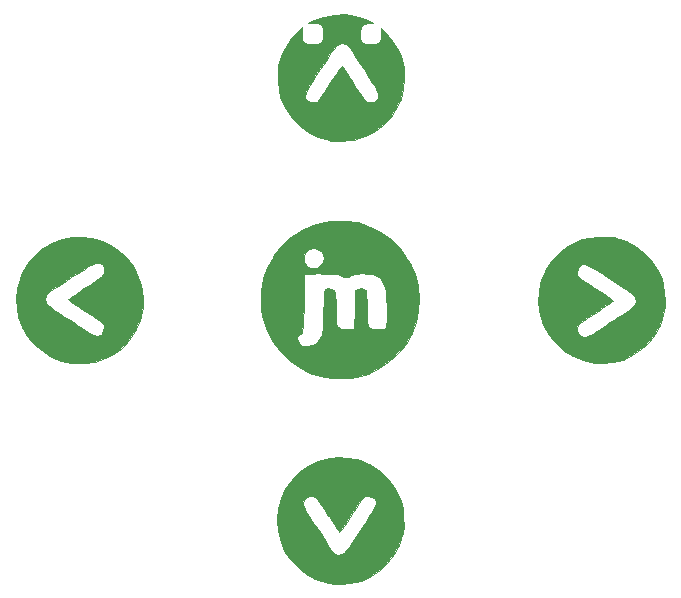
<source format=gbr>
G04 #@! TF.GenerationSoftware,KiCad,Pcbnew,(5.0.1-3-g963ef8bb5)*
G04 #@! TF.CreationDate,2019-06-28T12:59:27+01:00*
G04 #@! TF.ProjectId,invitation,696E7669746174696F6E2E6B69636164,rev?*
G04 #@! TF.SameCoordinates,Original*
G04 #@! TF.FileFunction,Paste,Top*
G04 #@! TF.FilePolarity,Positive*
%FSLAX46Y46*%
G04 Gerber Fmt 4.6, Leading zero omitted, Abs format (unit mm)*
G04 Created by KiCad (PCBNEW (5.0.1-3-g963ef8bb5)) date Friday, 28 June 2019 at 12:59:27*
%MOMM*%
%LPD*%
G01*
G04 APERTURE LIST*
%ADD10C,0.010000*%
%ADD11C,1.000000*%
%ADD12C,0.500000*%
G04 APERTURE END LIST*
D10*
G04 #@! TO.C,G\002A\002A\002A*
G36*
X141298524Y-94596623D02*
X142158751Y-94849985D01*
X142988777Y-95253521D01*
X143606156Y-95676492D01*
X144254718Y-96290941D01*
X144795698Y-97026365D01*
X145215985Y-97863208D01*
X145378988Y-98320666D01*
X145523824Y-98980546D01*
X145583546Y-99712240D01*
X145558850Y-100455010D01*
X145450431Y-101148117D01*
X145342265Y-101524023D01*
X144944227Y-102424278D01*
X144426619Y-103206619D01*
X143783835Y-103878375D01*
X143199750Y-104325088D01*
X142411837Y-104754090D01*
X141546952Y-105049501D01*
X140642274Y-105202800D01*
X139734985Y-105205470D01*
X139480333Y-105177353D01*
X138617030Y-104988883D01*
X137827459Y-104664771D01*
X137089326Y-104193590D01*
X136429631Y-103613534D01*
X135810799Y-102895863D01*
X135352219Y-102132238D01*
X135048125Y-101308739D01*
X134892751Y-100411446D01*
X134868502Y-99844666D01*
X134876944Y-99735927D01*
X137325387Y-99735927D01*
X137388497Y-100052699D01*
X137446827Y-100155489D01*
X137553218Y-100254502D01*
X137778784Y-100428787D01*
X138100456Y-100661749D01*
X138495163Y-100936790D01*
X138939836Y-101237313D01*
X139076660Y-101328060D01*
X139554503Y-101643731D01*
X140012321Y-101946398D01*
X140421168Y-102216907D01*
X140752095Y-102436104D01*
X140976156Y-102584835D01*
X141004333Y-102603597D01*
X141400732Y-102816528D01*
X141732554Y-102879422D01*
X142011570Y-102793388D01*
X142120709Y-102708574D01*
X142252652Y-102498926D01*
X142318441Y-102224180D01*
X142306519Y-101961405D01*
X142251870Y-101833864D01*
X142167733Y-101766408D01*
X141967861Y-101623860D01*
X141678293Y-101423723D01*
X141325067Y-101183499D01*
X140934223Y-100920693D01*
X140531798Y-100652807D01*
X140143832Y-100397344D01*
X139796364Y-100171809D01*
X139515431Y-99993704D01*
X139501500Y-99985057D01*
X139341465Y-99868573D01*
X139270385Y-99782547D01*
X139270158Y-99779214D01*
X139338370Y-99716237D01*
X139527487Y-99577256D01*
X139815683Y-99377383D01*
X140181133Y-99131728D01*
X140602010Y-98855400D01*
X140643213Y-98828666D01*
X141080511Y-98542680D01*
X141476326Y-98279046D01*
X141805572Y-98054852D01*
X142043168Y-97887186D01*
X142164029Y-97793134D01*
X142165721Y-97791500D01*
X142280383Y-97577670D01*
X142313033Y-97293184D01*
X142262760Y-97016035D01*
X142176544Y-96866833D01*
X141951014Y-96741639D01*
X141686177Y-96712000D01*
X141547969Y-96722415D01*
X141398624Y-96761908D01*
X141215133Y-96842846D01*
X140974490Y-96977597D01*
X140653686Y-97178529D01*
X140229713Y-97458010D01*
X139953648Y-97643333D01*
X139528012Y-97929025D01*
X139152120Y-98179258D01*
X138847790Y-98379679D01*
X138636841Y-98515933D01*
X138541091Y-98573665D01*
X138538057Y-98574666D01*
X138430683Y-98623895D01*
X138235696Y-98750588D01*
X137995107Y-98923260D01*
X137750932Y-99110423D01*
X137545182Y-99280590D01*
X137419870Y-99402273D01*
X137404422Y-99424281D01*
X137325387Y-99735927D01*
X134876944Y-99735927D01*
X134941902Y-98899286D01*
X135163536Y-98029751D01*
X135379902Y-97517177D01*
X135866606Y-96706790D01*
X136459805Y-96015990D01*
X137142413Y-95448600D01*
X137897341Y-95008444D01*
X138707504Y-94699345D01*
X139555813Y-94525126D01*
X140425182Y-94489611D01*
X141298524Y-94596623D01*
X141298524Y-94596623D01*
G37*
X141298524Y-94596623D02*
X142158751Y-94849985D01*
X142988777Y-95253521D01*
X143606156Y-95676492D01*
X144254718Y-96290941D01*
X144795698Y-97026365D01*
X145215985Y-97863208D01*
X145378988Y-98320666D01*
X145523824Y-98980546D01*
X145583546Y-99712240D01*
X145558850Y-100455010D01*
X145450431Y-101148117D01*
X145342265Y-101524023D01*
X144944227Y-102424278D01*
X144426619Y-103206619D01*
X143783835Y-103878375D01*
X143199750Y-104325088D01*
X142411837Y-104754090D01*
X141546952Y-105049501D01*
X140642274Y-105202800D01*
X139734985Y-105205470D01*
X139480333Y-105177353D01*
X138617030Y-104988883D01*
X137827459Y-104664771D01*
X137089326Y-104193590D01*
X136429631Y-103613534D01*
X135810799Y-102895863D01*
X135352219Y-102132238D01*
X135048125Y-101308739D01*
X134892751Y-100411446D01*
X134868502Y-99844666D01*
X134876944Y-99735927D01*
X137325387Y-99735927D01*
X137388497Y-100052699D01*
X137446827Y-100155489D01*
X137553218Y-100254502D01*
X137778784Y-100428787D01*
X138100456Y-100661749D01*
X138495163Y-100936790D01*
X138939836Y-101237313D01*
X139076660Y-101328060D01*
X139554503Y-101643731D01*
X140012321Y-101946398D01*
X140421168Y-102216907D01*
X140752095Y-102436104D01*
X140976156Y-102584835D01*
X141004333Y-102603597D01*
X141400732Y-102816528D01*
X141732554Y-102879422D01*
X142011570Y-102793388D01*
X142120709Y-102708574D01*
X142252652Y-102498926D01*
X142318441Y-102224180D01*
X142306519Y-101961405D01*
X142251870Y-101833864D01*
X142167733Y-101766408D01*
X141967861Y-101623860D01*
X141678293Y-101423723D01*
X141325067Y-101183499D01*
X140934223Y-100920693D01*
X140531798Y-100652807D01*
X140143832Y-100397344D01*
X139796364Y-100171809D01*
X139515431Y-99993704D01*
X139501500Y-99985057D01*
X139341465Y-99868573D01*
X139270385Y-99782547D01*
X139270158Y-99779214D01*
X139338370Y-99716237D01*
X139527487Y-99577256D01*
X139815683Y-99377383D01*
X140181133Y-99131728D01*
X140602010Y-98855400D01*
X140643213Y-98828666D01*
X141080511Y-98542680D01*
X141476326Y-98279046D01*
X141805572Y-98054852D01*
X142043168Y-97887186D01*
X142164029Y-97793134D01*
X142165721Y-97791500D01*
X142280383Y-97577670D01*
X142313033Y-97293184D01*
X142262760Y-97016035D01*
X142176544Y-96866833D01*
X141951014Y-96741639D01*
X141686177Y-96712000D01*
X141547969Y-96722415D01*
X141398624Y-96761908D01*
X141215133Y-96842846D01*
X140974490Y-96977597D01*
X140653686Y-97178529D01*
X140229713Y-97458010D01*
X139953648Y-97643333D01*
X139528012Y-97929025D01*
X139152120Y-98179258D01*
X138847790Y-98379679D01*
X138636841Y-98515933D01*
X138541091Y-98573665D01*
X138538057Y-98574666D01*
X138430683Y-98623895D01*
X138235696Y-98750588D01*
X137995107Y-98923260D01*
X137750932Y-99110423D01*
X137545182Y-99280590D01*
X137419870Y-99402273D01*
X137404422Y-99424281D01*
X137325387Y-99735927D01*
X134876944Y-99735927D01*
X134941902Y-98899286D01*
X135163536Y-98029751D01*
X135379902Y-97517177D01*
X135866606Y-96706790D01*
X136459805Y-96015990D01*
X137142413Y-95448600D01*
X137897341Y-95008444D01*
X138707504Y-94699345D01*
X139555813Y-94525126D01*
X140425182Y-94489611D01*
X141298524Y-94596623D01*
G36*
X185465430Y-94528083D02*
X185640000Y-94563759D01*
X186490574Y-94846248D01*
X187284402Y-95272807D01*
X188002096Y-95824200D01*
X188624271Y-96481187D01*
X189131540Y-97224531D01*
X189504517Y-98034993D01*
X189656842Y-98550000D01*
X189749012Y-99135878D01*
X189780937Y-99800906D01*
X189752598Y-100467350D01*
X189663974Y-101057475D01*
X189657504Y-101085522D01*
X189372416Y-101940486D01*
X188947311Y-102723025D01*
X188400216Y-103420660D01*
X187749156Y-104020916D01*
X187012157Y-104511315D01*
X186207244Y-104879380D01*
X185352443Y-105112635D01*
X184465779Y-105198602D01*
X183775451Y-105156941D01*
X182849520Y-104953480D01*
X181989725Y-104601006D01*
X181210505Y-104111756D01*
X180526302Y-103497966D01*
X179951557Y-102771874D01*
X179500712Y-101945717D01*
X179275678Y-101344000D01*
X179130842Y-100684120D01*
X179071120Y-99952425D01*
X179095816Y-99209655D01*
X179204234Y-98516549D01*
X179312401Y-98140643D01*
X179625471Y-97440486D01*
X182336225Y-97440486D01*
X182348147Y-97703261D01*
X182402796Y-97830802D01*
X182486933Y-97898257D01*
X182686805Y-98040805D01*
X182976373Y-98240943D01*
X183329599Y-98481167D01*
X183720443Y-98743973D01*
X184122868Y-99011859D01*
X184510833Y-99267321D01*
X184858302Y-99492857D01*
X185139235Y-99670962D01*
X185153166Y-99679609D01*
X185313201Y-99796093D01*
X185384281Y-99882118D01*
X185384507Y-99885451D01*
X185316296Y-99948429D01*
X185127179Y-100087409D01*
X184838982Y-100287282D01*
X184473533Y-100532938D01*
X184052656Y-100809266D01*
X184011453Y-100836000D01*
X183574154Y-101121986D01*
X183178340Y-101385620D01*
X182849093Y-101609813D01*
X182611498Y-101777480D01*
X182490637Y-101871532D01*
X182488945Y-101873166D01*
X182374283Y-102086996D01*
X182341632Y-102371481D01*
X182391906Y-102648631D01*
X182478122Y-102797833D01*
X182703651Y-102923026D01*
X182968489Y-102952666D01*
X183106697Y-102942250D01*
X183256042Y-102902758D01*
X183439532Y-102821820D01*
X183680176Y-102687069D01*
X184000979Y-102486137D01*
X184424952Y-102206655D01*
X184701018Y-102021333D01*
X185126654Y-101735641D01*
X185502546Y-101485408D01*
X185806875Y-101284987D01*
X186017824Y-101148733D01*
X186113575Y-101091000D01*
X186116609Y-101090000D01*
X186223982Y-101040771D01*
X186418970Y-100914077D01*
X186659558Y-100741405D01*
X186903734Y-100554243D01*
X187109484Y-100384076D01*
X187234795Y-100262393D01*
X187250244Y-100240384D01*
X187329251Y-99929879D01*
X187267487Y-99614365D01*
X187209063Y-99510924D01*
X187099058Y-99406386D01*
X186873195Y-99229309D01*
X186557830Y-98999070D01*
X186179317Y-98735052D01*
X185875563Y-98530325D01*
X185154937Y-98052250D01*
X184560919Y-97661255D01*
X184079163Y-97350581D01*
X183695322Y-97113469D01*
X183395051Y-96943162D01*
X183164004Y-96832901D01*
X182987833Y-96775927D01*
X182852193Y-96765482D01*
X182742738Y-96794807D01*
X182645121Y-96857143D01*
X182544996Y-96945733D01*
X182533956Y-96956091D01*
X182402013Y-97165740D01*
X182336225Y-97440486D01*
X179625471Y-97440486D01*
X179711470Y-97248158D01*
X180236389Y-96457699D01*
X180875851Y-95780493D01*
X181618552Y-95227765D01*
X182453183Y-94810740D01*
X182785505Y-94692291D01*
X183408148Y-94545880D01*
X184108269Y-94467640D01*
X184816989Y-94460674D01*
X185465430Y-94528083D01*
X185465430Y-94528083D01*
G37*
X185465430Y-94528083D02*
X185640000Y-94563759D01*
X186490574Y-94846248D01*
X187284402Y-95272807D01*
X188002096Y-95824200D01*
X188624271Y-96481187D01*
X189131540Y-97224531D01*
X189504517Y-98034993D01*
X189656842Y-98550000D01*
X189749012Y-99135878D01*
X189780937Y-99800906D01*
X189752598Y-100467350D01*
X189663974Y-101057475D01*
X189657504Y-101085522D01*
X189372416Y-101940486D01*
X188947311Y-102723025D01*
X188400216Y-103420660D01*
X187749156Y-104020916D01*
X187012157Y-104511315D01*
X186207244Y-104879380D01*
X185352443Y-105112635D01*
X184465779Y-105198602D01*
X183775451Y-105156941D01*
X182849520Y-104953480D01*
X181989725Y-104601006D01*
X181210505Y-104111756D01*
X180526302Y-103497966D01*
X179951557Y-102771874D01*
X179500712Y-101945717D01*
X179275678Y-101344000D01*
X179130842Y-100684120D01*
X179071120Y-99952425D01*
X179095816Y-99209655D01*
X179204234Y-98516549D01*
X179312401Y-98140643D01*
X179625471Y-97440486D01*
X182336225Y-97440486D01*
X182348147Y-97703261D01*
X182402796Y-97830802D01*
X182486933Y-97898257D01*
X182686805Y-98040805D01*
X182976373Y-98240943D01*
X183329599Y-98481167D01*
X183720443Y-98743973D01*
X184122868Y-99011859D01*
X184510833Y-99267321D01*
X184858302Y-99492857D01*
X185139235Y-99670962D01*
X185153166Y-99679609D01*
X185313201Y-99796093D01*
X185384281Y-99882118D01*
X185384507Y-99885451D01*
X185316296Y-99948429D01*
X185127179Y-100087409D01*
X184838982Y-100287282D01*
X184473533Y-100532938D01*
X184052656Y-100809266D01*
X184011453Y-100836000D01*
X183574154Y-101121986D01*
X183178340Y-101385620D01*
X182849093Y-101609813D01*
X182611498Y-101777480D01*
X182490637Y-101871532D01*
X182488945Y-101873166D01*
X182374283Y-102086996D01*
X182341632Y-102371481D01*
X182391906Y-102648631D01*
X182478122Y-102797833D01*
X182703651Y-102923026D01*
X182968489Y-102952666D01*
X183106697Y-102942250D01*
X183256042Y-102902758D01*
X183439532Y-102821820D01*
X183680176Y-102687069D01*
X184000979Y-102486137D01*
X184424952Y-102206655D01*
X184701018Y-102021333D01*
X185126654Y-101735641D01*
X185502546Y-101485408D01*
X185806875Y-101284987D01*
X186017824Y-101148733D01*
X186113575Y-101091000D01*
X186116609Y-101090000D01*
X186223982Y-101040771D01*
X186418970Y-100914077D01*
X186659558Y-100741405D01*
X186903734Y-100554243D01*
X187109484Y-100384076D01*
X187234795Y-100262393D01*
X187250244Y-100240384D01*
X187329251Y-99929879D01*
X187267487Y-99614365D01*
X187209063Y-99510924D01*
X187099058Y-99406386D01*
X186873195Y-99229309D01*
X186557830Y-98999070D01*
X186179317Y-98735052D01*
X185875563Y-98530325D01*
X185154937Y-98052250D01*
X184560919Y-97661255D01*
X184079163Y-97350581D01*
X183695322Y-97113469D01*
X183395051Y-96943162D01*
X183164004Y-96832901D01*
X182987833Y-96775927D01*
X182852193Y-96765482D01*
X182742738Y-96794807D01*
X182645121Y-96857143D01*
X182544996Y-96945733D01*
X182533956Y-96956091D01*
X182402013Y-97165740D01*
X182336225Y-97440486D01*
X179625471Y-97440486D01*
X179711470Y-97248158D01*
X180236389Y-96457699D01*
X180875851Y-95780493D01*
X181618552Y-95227765D01*
X182453183Y-94810740D01*
X182785505Y-94692291D01*
X183408148Y-94545880D01*
X184108269Y-94467640D01*
X184816989Y-94460674D01*
X185465430Y-94528083D01*
G36*
X162905010Y-113175816D02*
X163598117Y-113284234D01*
X163974023Y-113392401D01*
X164866508Y-113791470D01*
X165656966Y-114316389D01*
X166334172Y-114955851D01*
X166886901Y-115698552D01*
X167303925Y-116533183D01*
X167422374Y-116865505D01*
X167568786Y-117488148D01*
X167647025Y-118188269D01*
X167653991Y-118896989D01*
X167586583Y-119545430D01*
X167550906Y-119720000D01*
X167268418Y-120570574D01*
X166841858Y-121364402D01*
X166290466Y-122082096D01*
X165633478Y-122704271D01*
X164890135Y-123211540D01*
X164079673Y-123584517D01*
X163564666Y-123736842D01*
X163049079Y-123818740D01*
X162445109Y-123854036D01*
X161823536Y-123842816D01*
X161255143Y-123785166D01*
X160990895Y-123733712D01*
X160169057Y-123451008D01*
X159390004Y-123020770D01*
X158679430Y-122463932D01*
X158063032Y-121801429D01*
X157566506Y-121054195D01*
X157467256Y-120863000D01*
X157162961Y-120099162D01*
X156991393Y-119298651D01*
X156942412Y-118450000D01*
X157028648Y-117513130D01*
X157154958Y-117048489D01*
X159162000Y-117048489D01*
X159172415Y-117186697D01*
X159211908Y-117336042D01*
X159292846Y-117519532D01*
X159427597Y-117760176D01*
X159628529Y-118080979D01*
X159908010Y-118504952D01*
X160093333Y-118781018D01*
X160379025Y-119206654D01*
X160629258Y-119582546D01*
X160829679Y-119886875D01*
X160965933Y-120097824D01*
X161023665Y-120193575D01*
X161024666Y-120196609D01*
X161073048Y-120299647D01*
X161197500Y-120491751D01*
X161366985Y-120730831D01*
X161550463Y-120974799D01*
X161716897Y-121181566D01*
X161835247Y-121309044D01*
X161857554Y-121326019D01*
X162140934Y-121405489D01*
X162448611Y-121365899D01*
X162603742Y-121289063D01*
X162708279Y-121179058D01*
X162885357Y-120953195D01*
X163115595Y-120637830D01*
X163379614Y-120259317D01*
X163584341Y-119955563D01*
X164062416Y-119234937D01*
X164453411Y-118640919D01*
X164764085Y-118159163D01*
X165001196Y-117775322D01*
X165171503Y-117475051D01*
X165281764Y-117244004D01*
X165338738Y-117067833D01*
X165349184Y-116932193D01*
X165319859Y-116822738D01*
X165257523Y-116725121D01*
X165168933Y-116624996D01*
X165158574Y-116613956D01*
X164948926Y-116482013D01*
X164674180Y-116416225D01*
X164411405Y-116428147D01*
X164283864Y-116482796D01*
X164216408Y-116566933D01*
X164073860Y-116766805D01*
X163873723Y-117056373D01*
X163633499Y-117409599D01*
X163370693Y-117800443D01*
X163102807Y-118202868D01*
X162847344Y-118590833D01*
X162621809Y-118938302D01*
X162443704Y-119219235D01*
X162435057Y-119233166D01*
X162318573Y-119393201D01*
X162232547Y-119464281D01*
X162229214Y-119464507D01*
X162166237Y-119396296D01*
X162027256Y-119207179D01*
X161827383Y-118918982D01*
X161581728Y-118553533D01*
X161305400Y-118132656D01*
X161278666Y-118091453D01*
X160992680Y-117654154D01*
X160729046Y-117258340D01*
X160504852Y-116929093D01*
X160337186Y-116691498D01*
X160243134Y-116570637D01*
X160241500Y-116568945D01*
X160027670Y-116454283D01*
X159743184Y-116421632D01*
X159466035Y-116471906D01*
X159316833Y-116558122D01*
X159191639Y-116783651D01*
X159162000Y-117048489D01*
X157154958Y-117048489D01*
X157269260Y-116628025D01*
X157653484Y-115809012D01*
X158170551Y-115070417D01*
X158809696Y-114426568D01*
X159560153Y-113891791D01*
X160411155Y-113480412D01*
X160770666Y-113355678D01*
X161430546Y-113210842D01*
X162162240Y-113151120D01*
X162905010Y-113175816D01*
X162905010Y-113175816D01*
G37*
X162905010Y-113175816D02*
X163598117Y-113284234D01*
X163974023Y-113392401D01*
X164866508Y-113791470D01*
X165656966Y-114316389D01*
X166334172Y-114955851D01*
X166886901Y-115698552D01*
X167303925Y-116533183D01*
X167422374Y-116865505D01*
X167568786Y-117488148D01*
X167647025Y-118188269D01*
X167653991Y-118896989D01*
X167586583Y-119545430D01*
X167550906Y-119720000D01*
X167268418Y-120570574D01*
X166841858Y-121364402D01*
X166290466Y-122082096D01*
X165633478Y-122704271D01*
X164890135Y-123211540D01*
X164079673Y-123584517D01*
X163564666Y-123736842D01*
X163049079Y-123818740D01*
X162445109Y-123854036D01*
X161823536Y-123842816D01*
X161255143Y-123785166D01*
X160990895Y-123733712D01*
X160169057Y-123451008D01*
X159390004Y-123020770D01*
X158679430Y-122463932D01*
X158063032Y-121801429D01*
X157566506Y-121054195D01*
X157467256Y-120863000D01*
X157162961Y-120099162D01*
X156991393Y-119298651D01*
X156942412Y-118450000D01*
X157028648Y-117513130D01*
X157154958Y-117048489D01*
X159162000Y-117048489D01*
X159172415Y-117186697D01*
X159211908Y-117336042D01*
X159292846Y-117519532D01*
X159427597Y-117760176D01*
X159628529Y-118080979D01*
X159908010Y-118504952D01*
X160093333Y-118781018D01*
X160379025Y-119206654D01*
X160629258Y-119582546D01*
X160829679Y-119886875D01*
X160965933Y-120097824D01*
X161023665Y-120193575D01*
X161024666Y-120196609D01*
X161073048Y-120299647D01*
X161197500Y-120491751D01*
X161366985Y-120730831D01*
X161550463Y-120974799D01*
X161716897Y-121181566D01*
X161835247Y-121309044D01*
X161857554Y-121326019D01*
X162140934Y-121405489D01*
X162448611Y-121365899D01*
X162603742Y-121289063D01*
X162708279Y-121179058D01*
X162885357Y-120953195D01*
X163115595Y-120637830D01*
X163379614Y-120259317D01*
X163584341Y-119955563D01*
X164062416Y-119234937D01*
X164453411Y-118640919D01*
X164764085Y-118159163D01*
X165001196Y-117775322D01*
X165171503Y-117475051D01*
X165281764Y-117244004D01*
X165338738Y-117067833D01*
X165349184Y-116932193D01*
X165319859Y-116822738D01*
X165257523Y-116725121D01*
X165168933Y-116624996D01*
X165158574Y-116613956D01*
X164948926Y-116482013D01*
X164674180Y-116416225D01*
X164411405Y-116428147D01*
X164283864Y-116482796D01*
X164216408Y-116566933D01*
X164073860Y-116766805D01*
X163873723Y-117056373D01*
X163633499Y-117409599D01*
X163370693Y-117800443D01*
X163102807Y-118202868D01*
X162847344Y-118590833D01*
X162621809Y-118938302D01*
X162443704Y-119219235D01*
X162435057Y-119233166D01*
X162318573Y-119393201D01*
X162232547Y-119464281D01*
X162229214Y-119464507D01*
X162166237Y-119396296D01*
X162027256Y-119207179D01*
X161827383Y-118918982D01*
X161581728Y-118553533D01*
X161305400Y-118132656D01*
X161278666Y-118091453D01*
X160992680Y-117654154D01*
X160729046Y-117258340D01*
X160504852Y-116929093D01*
X160337186Y-116691498D01*
X160243134Y-116570637D01*
X160241500Y-116568945D01*
X160027670Y-116454283D01*
X159743184Y-116421632D01*
X159466035Y-116471906D01*
X159316833Y-116558122D01*
X159191639Y-116783651D01*
X159162000Y-117048489D01*
X157154958Y-117048489D01*
X157269260Y-116628025D01*
X157653484Y-115809012D01*
X158170551Y-115070417D01*
X158809696Y-114426568D01*
X159560153Y-113891791D01*
X160411155Y-113480412D01*
X160770666Y-113355678D01*
X161430546Y-113210842D01*
X162162240Y-113151120D01*
X162905010Y-113175816D01*
G36*
X163067989Y-93151201D02*
X163501919Y-93191849D01*
X163764000Y-93242826D01*
X164847228Y-93622621D01*
X165808623Y-94119468D01*
X166650234Y-94734977D01*
X167374111Y-95470760D01*
X167982303Y-96328427D01*
X168209156Y-96735848D01*
X168600018Y-97671662D01*
X168843413Y-98662924D01*
X168938779Y-99682909D01*
X168885560Y-100704891D01*
X168683194Y-101702146D01*
X168332826Y-102644313D01*
X167826547Y-103530719D01*
X167184089Y-104333465D01*
X166425043Y-105035306D01*
X165568997Y-105618994D01*
X164635539Y-106067283D01*
X164314333Y-106182405D01*
X163755842Y-106319377D01*
X163090574Y-106409073D01*
X162374876Y-106449650D01*
X161665095Y-106439264D01*
X161017579Y-106376071D01*
X160643600Y-106302505D01*
X159677246Y-105973386D01*
X158768411Y-105496974D01*
X157937995Y-104890122D01*
X157206899Y-104169680D01*
X156596025Y-103352499D01*
X156427691Y-103052704D01*
X158615684Y-103052704D01*
X158724192Y-103326517D01*
X158726331Y-103330663D01*
X158888738Y-103568206D01*
X159096741Y-103696200D01*
X159395756Y-103735429D01*
X159594817Y-103728169D01*
X159946935Y-103671980D01*
X160197812Y-103547063D01*
X160262485Y-103492980D01*
X160435956Y-103287802D01*
X160608703Y-103014187D01*
X160663082Y-102907333D01*
X160723722Y-102763033D01*
X160769832Y-102606721D01*
X160803954Y-102412002D01*
X160828629Y-102152482D01*
X160846398Y-101801765D01*
X160859804Y-101333456D01*
X160870929Y-100748583D01*
X160886258Y-100068888D01*
X160907006Y-99551606D01*
X160933648Y-99189888D01*
X160966662Y-98976888D01*
X160998847Y-98908379D01*
X161219224Y-98847570D01*
X161489817Y-98868040D01*
X161717787Y-98960468D01*
X161746499Y-98983455D01*
X161804575Y-99051939D01*
X161846168Y-99153363D01*
X161873959Y-99314156D01*
X161890625Y-99560745D01*
X161898845Y-99919560D01*
X161901297Y-100417029D01*
X161901333Y-100511304D01*
X161902144Y-101025743D01*
X161907042Y-101398767D01*
X161919720Y-101658297D01*
X161943875Y-101832250D01*
X161983201Y-101948545D01*
X162041394Y-102035101D01*
X162113019Y-102110716D01*
X162245418Y-102224726D01*
X162388291Y-102285107D01*
X162595445Y-102304683D01*
X162896186Y-102297367D01*
X163467666Y-102272333D01*
X163510000Y-100623254D01*
X163552333Y-98974175D01*
X163785166Y-98892410D01*
X164119745Y-98860268D01*
X164250833Y-98892318D01*
X164483666Y-98973991D01*
X164529200Y-100411495D01*
X164548321Y-100897300D01*
X164572398Y-101331265D01*
X164599137Y-101681918D01*
X164626243Y-101917788D01*
X164644995Y-101999518D01*
X164783800Y-102173431D01*
X165019833Y-102274407D01*
X165382209Y-102313341D01*
X165487175Y-102314666D01*
X165744282Y-102315388D01*
X165933030Y-102302498D01*
X166063945Y-102253411D01*
X166147551Y-102145542D01*
X166194371Y-101956306D01*
X166214930Y-101663119D01*
X166219751Y-101243395D01*
X166219333Y-100743442D01*
X166213876Y-100225063D01*
X166198785Y-99732202D01*
X166175983Y-99303971D01*
X166147390Y-98979480D01*
X166125735Y-98838569D01*
X165944782Y-98379621D01*
X165630791Y-98002004D01*
X165211973Y-97735360D01*
X165005887Y-97661981D01*
X164587134Y-97593707D01*
X164107063Y-97590189D01*
X163633572Y-97646416D01*
X163234558Y-97757373D01*
X163141386Y-97799628D01*
X162936399Y-97897912D01*
X162793662Y-97923069D01*
X162634860Y-97874133D01*
X162464195Y-97791270D01*
X162301693Y-97720757D01*
X162119763Y-97670396D01*
X161885189Y-97636156D01*
X161564753Y-97614005D01*
X161125238Y-97599912D01*
X160843000Y-97594502D01*
X160381670Y-97589872D01*
X159968385Y-97591398D01*
X159638540Y-97598528D01*
X159427533Y-97610709D01*
X159382500Y-97617282D01*
X159192000Y-97661226D01*
X159192000Y-99949817D01*
X159189987Y-100702671D01*
X159182159Y-101304210D01*
X159165831Y-101772423D01*
X159138318Y-102125300D01*
X159096935Y-102380829D01*
X159038997Y-102557000D01*
X158961819Y-102671803D01*
X158862718Y-102743226D01*
X158769595Y-102780038D01*
X158630308Y-102877036D01*
X158615684Y-103052704D01*
X156427691Y-103052704D01*
X156274755Y-102780333D01*
X156004926Y-102195631D01*
X155815275Y-101677555D01*
X155693130Y-101170480D01*
X155625817Y-100618783D01*
X155600661Y-99966839D01*
X155599565Y-99817000D01*
X155613839Y-99134921D01*
X155669521Y-98564241D01*
X155778167Y-98049675D01*
X155951334Y-97535941D01*
X156190910Y-96988181D01*
X156580324Y-96303333D01*
X159192000Y-96303333D01*
X159263325Y-96658333D01*
X159452937Y-96929713D01*
X159724287Y-97102325D01*
X160040830Y-97161025D01*
X160366017Y-97090667D01*
X160637846Y-96902512D01*
X160838377Y-96601097D01*
X160896111Y-96275173D01*
X160826194Y-95961289D01*
X160643770Y-95695990D01*
X160363987Y-95515824D01*
X160038666Y-95456666D01*
X159669972Y-95530839D01*
X159390564Y-95736493D01*
X159225737Y-96048334D01*
X159192000Y-96303333D01*
X156580324Y-96303333D01*
X156725910Y-96047298D01*
X157385516Y-95217269D01*
X158159248Y-94506841D01*
X159036628Y-93924761D01*
X160007175Y-93479775D01*
X160631333Y-93281834D01*
X160995930Y-93213163D01*
X161469395Y-93165173D01*
X162004227Y-93138455D01*
X162552925Y-93133600D01*
X163067989Y-93151201D01*
X163067989Y-93151201D01*
G37*
X163067989Y-93151201D02*
X163501919Y-93191849D01*
X163764000Y-93242826D01*
X164847228Y-93622621D01*
X165808623Y-94119468D01*
X166650234Y-94734977D01*
X167374111Y-95470760D01*
X167982303Y-96328427D01*
X168209156Y-96735848D01*
X168600018Y-97671662D01*
X168843413Y-98662924D01*
X168938779Y-99682909D01*
X168885560Y-100704891D01*
X168683194Y-101702146D01*
X168332826Y-102644313D01*
X167826547Y-103530719D01*
X167184089Y-104333465D01*
X166425043Y-105035306D01*
X165568997Y-105618994D01*
X164635539Y-106067283D01*
X164314333Y-106182405D01*
X163755842Y-106319377D01*
X163090574Y-106409073D01*
X162374876Y-106449650D01*
X161665095Y-106439264D01*
X161017579Y-106376071D01*
X160643600Y-106302505D01*
X159677246Y-105973386D01*
X158768411Y-105496974D01*
X157937995Y-104890122D01*
X157206899Y-104169680D01*
X156596025Y-103352499D01*
X156427691Y-103052704D01*
X158615684Y-103052704D01*
X158724192Y-103326517D01*
X158726331Y-103330663D01*
X158888738Y-103568206D01*
X159096741Y-103696200D01*
X159395756Y-103735429D01*
X159594817Y-103728169D01*
X159946935Y-103671980D01*
X160197812Y-103547063D01*
X160262485Y-103492980D01*
X160435956Y-103287802D01*
X160608703Y-103014187D01*
X160663082Y-102907333D01*
X160723722Y-102763033D01*
X160769832Y-102606721D01*
X160803954Y-102412002D01*
X160828629Y-102152482D01*
X160846398Y-101801765D01*
X160859804Y-101333456D01*
X160870929Y-100748583D01*
X160886258Y-100068888D01*
X160907006Y-99551606D01*
X160933648Y-99189888D01*
X160966662Y-98976888D01*
X160998847Y-98908379D01*
X161219224Y-98847570D01*
X161489817Y-98868040D01*
X161717787Y-98960468D01*
X161746499Y-98983455D01*
X161804575Y-99051939D01*
X161846168Y-99153363D01*
X161873959Y-99314156D01*
X161890625Y-99560745D01*
X161898845Y-99919560D01*
X161901297Y-100417029D01*
X161901333Y-100511304D01*
X161902144Y-101025743D01*
X161907042Y-101398767D01*
X161919720Y-101658297D01*
X161943875Y-101832250D01*
X161983201Y-101948545D01*
X162041394Y-102035101D01*
X162113019Y-102110716D01*
X162245418Y-102224726D01*
X162388291Y-102285107D01*
X162595445Y-102304683D01*
X162896186Y-102297367D01*
X163467666Y-102272333D01*
X163510000Y-100623254D01*
X163552333Y-98974175D01*
X163785166Y-98892410D01*
X164119745Y-98860268D01*
X164250833Y-98892318D01*
X164483666Y-98973991D01*
X164529200Y-100411495D01*
X164548321Y-100897300D01*
X164572398Y-101331265D01*
X164599137Y-101681918D01*
X164626243Y-101917788D01*
X164644995Y-101999518D01*
X164783800Y-102173431D01*
X165019833Y-102274407D01*
X165382209Y-102313341D01*
X165487175Y-102314666D01*
X165744282Y-102315388D01*
X165933030Y-102302498D01*
X166063945Y-102253411D01*
X166147551Y-102145542D01*
X166194371Y-101956306D01*
X166214930Y-101663119D01*
X166219751Y-101243395D01*
X166219333Y-100743442D01*
X166213876Y-100225063D01*
X166198785Y-99732202D01*
X166175983Y-99303971D01*
X166147390Y-98979480D01*
X166125735Y-98838569D01*
X165944782Y-98379621D01*
X165630791Y-98002004D01*
X165211973Y-97735360D01*
X165005887Y-97661981D01*
X164587134Y-97593707D01*
X164107063Y-97590189D01*
X163633572Y-97646416D01*
X163234558Y-97757373D01*
X163141386Y-97799628D01*
X162936399Y-97897912D01*
X162793662Y-97923069D01*
X162634860Y-97874133D01*
X162464195Y-97791270D01*
X162301693Y-97720757D01*
X162119763Y-97670396D01*
X161885189Y-97636156D01*
X161564753Y-97614005D01*
X161125238Y-97599912D01*
X160843000Y-97594502D01*
X160381670Y-97589872D01*
X159968385Y-97591398D01*
X159638540Y-97598528D01*
X159427533Y-97610709D01*
X159382500Y-97617282D01*
X159192000Y-97661226D01*
X159192000Y-99949817D01*
X159189987Y-100702671D01*
X159182159Y-101304210D01*
X159165831Y-101772423D01*
X159138318Y-102125300D01*
X159096935Y-102380829D01*
X159038997Y-102557000D01*
X158961819Y-102671803D01*
X158862718Y-102743226D01*
X158769595Y-102780038D01*
X158630308Y-102877036D01*
X158615684Y-103052704D01*
X156427691Y-103052704D01*
X156274755Y-102780333D01*
X156004926Y-102195631D01*
X155815275Y-101677555D01*
X155693130Y-101170480D01*
X155625817Y-100618783D01*
X155600661Y-99966839D01*
X155599565Y-99817000D01*
X155613839Y-99134921D01*
X155669521Y-98564241D01*
X155778167Y-98049675D01*
X155951334Y-97535941D01*
X156190910Y-96988181D01*
X156580324Y-96303333D01*
X159192000Y-96303333D01*
X159263325Y-96658333D01*
X159452937Y-96929713D01*
X159724287Y-97102325D01*
X160040830Y-97161025D01*
X160366017Y-97090667D01*
X160637846Y-96902512D01*
X160838377Y-96601097D01*
X160896111Y-96275173D01*
X160826194Y-95961289D01*
X160643770Y-95695990D01*
X160363987Y-95515824D01*
X160038666Y-95456666D01*
X159669972Y-95530839D01*
X159390564Y-95736493D01*
X159225737Y-96048334D01*
X159192000Y-96303333D01*
X156580324Y-96303333D01*
X156725910Y-96047298D01*
X157385516Y-95217269D01*
X158159248Y-94506841D01*
X159036628Y-93924761D01*
X160007175Y-93479775D01*
X160631333Y-93281834D01*
X160995930Y-93213163D01*
X161469395Y-93165173D01*
X162004227Y-93138455D01*
X162552925Y-93133600D01*
X163067989Y-93151201D01*
G36*
X163560664Y-75769620D02*
X164386548Y-76024240D01*
X164631078Y-76133307D01*
X165111666Y-76365666D01*
X164688946Y-76392311D01*
X164359009Y-76435177D01*
X164146310Y-76533994D01*
X164026705Y-76719084D01*
X163976052Y-77020773D01*
X163968666Y-77297000D01*
X163984198Y-77690373D01*
X164049990Y-77947842D01*
X164194842Y-78097516D01*
X164447551Y-78167503D01*
X164836914Y-78185912D01*
X164879452Y-78185999D01*
X165270866Y-78171387D01*
X165523701Y-78108725D01*
X165667551Y-77969773D01*
X165732008Y-77726293D01*
X165746666Y-77358436D01*
X165746666Y-76796967D01*
X166091729Y-77131650D01*
X166443362Y-77524777D01*
X166795675Y-78008133D01*
X167111461Y-78523773D01*
X167353513Y-79013751D01*
X167430575Y-79216742D01*
X167654976Y-80141661D01*
X167720430Y-81060525D01*
X167635102Y-81957199D01*
X167407151Y-82815551D01*
X167044739Y-83619447D01*
X166556028Y-84352754D01*
X165949180Y-84999338D01*
X165232355Y-85543066D01*
X164413716Y-85967803D01*
X163926333Y-86143821D01*
X163494168Y-86245948D01*
X162977377Y-86320323D01*
X162433376Y-86363005D01*
X161919580Y-86370052D01*
X161493406Y-86337525D01*
X161385478Y-86318235D01*
X160455632Y-86037513D01*
X159606165Y-85619451D01*
X158850966Y-85076321D01*
X158203927Y-84420395D01*
X157678940Y-83663944D01*
X157289894Y-82819242D01*
X157232291Y-82649161D01*
X157216610Y-82582473D01*
X159305482Y-82582473D01*
X159334807Y-82691928D01*
X159397143Y-82789545D01*
X159485733Y-82889670D01*
X159496091Y-82900709D01*
X159705740Y-83032652D01*
X159980486Y-83098441D01*
X160243261Y-83086519D01*
X160370802Y-83031870D01*
X160438257Y-82947733D01*
X160580805Y-82747861D01*
X160780943Y-82458293D01*
X161021167Y-82105067D01*
X161283973Y-81714223D01*
X161551859Y-81311798D01*
X161807321Y-80923832D01*
X162032857Y-80576364D01*
X162210962Y-80295431D01*
X162219609Y-80281500D01*
X162336093Y-80121465D01*
X162422118Y-80050385D01*
X162425451Y-80050158D01*
X162488429Y-80118370D01*
X162627409Y-80307487D01*
X162827282Y-80595683D01*
X163072938Y-80961133D01*
X163349266Y-81382010D01*
X163376000Y-81423213D01*
X163661986Y-81860511D01*
X163925620Y-82256326D01*
X164149813Y-82585572D01*
X164317480Y-82823168D01*
X164411532Y-82944029D01*
X164413166Y-82945721D01*
X164626996Y-83060383D01*
X164911481Y-83093033D01*
X165188631Y-83042760D01*
X165337833Y-82956544D01*
X165463026Y-82731014D01*
X165492666Y-82466177D01*
X165482250Y-82327969D01*
X165442758Y-82178624D01*
X165361820Y-81995133D01*
X165227069Y-81754490D01*
X165026137Y-81433686D01*
X164746655Y-81009713D01*
X164561333Y-80733648D01*
X164275641Y-80308012D01*
X164025408Y-79932120D01*
X163824987Y-79627790D01*
X163688733Y-79416841D01*
X163631000Y-79321091D01*
X163630000Y-79318057D01*
X163580771Y-79210683D01*
X163454077Y-79015696D01*
X163281405Y-78775107D01*
X163094243Y-78530932D01*
X162924076Y-78325182D01*
X162802393Y-78199870D01*
X162780384Y-78184422D01*
X162469879Y-78105414D01*
X162154365Y-78167179D01*
X162050924Y-78225603D01*
X161946386Y-78335608D01*
X161769309Y-78561470D01*
X161539070Y-78876836D01*
X161275052Y-79255349D01*
X161070325Y-79559103D01*
X160592250Y-80279729D01*
X160201255Y-80873747D01*
X159890581Y-81355503D01*
X159653469Y-81739343D01*
X159483162Y-82039614D01*
X159372901Y-82270662D01*
X159315927Y-82446833D01*
X159305482Y-82582473D01*
X157216610Y-82582473D01*
X157085880Y-82026518D01*
X157007640Y-81326397D01*
X157000674Y-80617677D01*
X157068083Y-79969236D01*
X157103759Y-79794666D01*
X157358293Y-79024989D01*
X157748571Y-78265702D01*
X158246138Y-77568578D01*
X158458830Y-77329255D01*
X159050889Y-76704333D01*
X159054444Y-77305044D01*
X159072561Y-77695352D01*
X159140699Y-77950677D01*
X159287836Y-78098938D01*
X159542949Y-78168054D01*
X159935015Y-78185944D01*
X159968785Y-78186000D01*
X160357072Y-78172336D01*
X160608818Y-78111611D01*
X160753133Y-77974220D01*
X160819126Y-77730560D01*
X160835907Y-77351027D01*
X160836000Y-77304074D01*
X160818661Y-76908421D01*
X160749560Y-76649368D01*
X160603065Y-76496208D01*
X160353547Y-76418238D01*
X160072995Y-76389991D01*
X159608333Y-76361734D01*
X160104978Y-76127595D01*
X160919563Y-75831542D01*
X161791092Y-75673226D01*
X162683485Y-75652600D01*
X163560664Y-75769620D01*
X163560664Y-75769620D01*
G37*
X163560664Y-75769620D02*
X164386548Y-76024240D01*
X164631078Y-76133307D01*
X165111666Y-76365666D01*
X164688946Y-76392311D01*
X164359009Y-76435177D01*
X164146310Y-76533994D01*
X164026705Y-76719084D01*
X163976052Y-77020773D01*
X163968666Y-77297000D01*
X163984198Y-77690373D01*
X164049990Y-77947842D01*
X164194842Y-78097516D01*
X164447551Y-78167503D01*
X164836914Y-78185912D01*
X164879452Y-78185999D01*
X165270866Y-78171387D01*
X165523701Y-78108725D01*
X165667551Y-77969773D01*
X165732008Y-77726293D01*
X165746666Y-77358436D01*
X165746666Y-76796967D01*
X166091729Y-77131650D01*
X166443362Y-77524777D01*
X166795675Y-78008133D01*
X167111461Y-78523773D01*
X167353513Y-79013751D01*
X167430575Y-79216742D01*
X167654976Y-80141661D01*
X167720430Y-81060525D01*
X167635102Y-81957199D01*
X167407151Y-82815551D01*
X167044739Y-83619447D01*
X166556028Y-84352754D01*
X165949180Y-84999338D01*
X165232355Y-85543066D01*
X164413716Y-85967803D01*
X163926333Y-86143821D01*
X163494168Y-86245948D01*
X162977377Y-86320323D01*
X162433376Y-86363005D01*
X161919580Y-86370052D01*
X161493406Y-86337525D01*
X161385478Y-86318235D01*
X160455632Y-86037513D01*
X159606165Y-85619451D01*
X158850966Y-85076321D01*
X158203927Y-84420395D01*
X157678940Y-83663944D01*
X157289894Y-82819242D01*
X157232291Y-82649161D01*
X157216610Y-82582473D01*
X159305482Y-82582473D01*
X159334807Y-82691928D01*
X159397143Y-82789545D01*
X159485733Y-82889670D01*
X159496091Y-82900709D01*
X159705740Y-83032652D01*
X159980486Y-83098441D01*
X160243261Y-83086519D01*
X160370802Y-83031870D01*
X160438257Y-82947733D01*
X160580805Y-82747861D01*
X160780943Y-82458293D01*
X161021167Y-82105067D01*
X161283973Y-81714223D01*
X161551859Y-81311798D01*
X161807321Y-80923832D01*
X162032857Y-80576364D01*
X162210962Y-80295431D01*
X162219609Y-80281500D01*
X162336093Y-80121465D01*
X162422118Y-80050385D01*
X162425451Y-80050158D01*
X162488429Y-80118370D01*
X162627409Y-80307487D01*
X162827282Y-80595683D01*
X163072938Y-80961133D01*
X163349266Y-81382010D01*
X163376000Y-81423213D01*
X163661986Y-81860511D01*
X163925620Y-82256326D01*
X164149813Y-82585572D01*
X164317480Y-82823168D01*
X164411532Y-82944029D01*
X164413166Y-82945721D01*
X164626996Y-83060383D01*
X164911481Y-83093033D01*
X165188631Y-83042760D01*
X165337833Y-82956544D01*
X165463026Y-82731014D01*
X165492666Y-82466177D01*
X165482250Y-82327969D01*
X165442758Y-82178624D01*
X165361820Y-81995133D01*
X165227069Y-81754490D01*
X165026137Y-81433686D01*
X164746655Y-81009713D01*
X164561333Y-80733648D01*
X164275641Y-80308012D01*
X164025408Y-79932120D01*
X163824987Y-79627790D01*
X163688733Y-79416841D01*
X163631000Y-79321091D01*
X163630000Y-79318057D01*
X163580771Y-79210683D01*
X163454077Y-79015696D01*
X163281405Y-78775107D01*
X163094243Y-78530932D01*
X162924076Y-78325182D01*
X162802393Y-78199870D01*
X162780384Y-78184422D01*
X162469879Y-78105414D01*
X162154365Y-78167179D01*
X162050924Y-78225603D01*
X161946386Y-78335608D01*
X161769309Y-78561470D01*
X161539070Y-78876836D01*
X161275052Y-79255349D01*
X161070325Y-79559103D01*
X160592250Y-80279729D01*
X160201255Y-80873747D01*
X159890581Y-81355503D01*
X159653469Y-81739343D01*
X159483162Y-82039614D01*
X159372901Y-82270662D01*
X159315927Y-82446833D01*
X159305482Y-82582473D01*
X157216610Y-82582473D01*
X157085880Y-82026518D01*
X157007640Y-81326397D01*
X157000674Y-80617677D01*
X157068083Y-79969236D01*
X157103759Y-79794666D01*
X157358293Y-79024989D01*
X157748571Y-78265702D01*
X158246138Y-77568578D01*
X158458830Y-77329255D01*
X159050889Y-76704333D01*
X159054444Y-77305044D01*
X159072561Y-77695352D01*
X159140699Y-77950677D01*
X159287836Y-78098938D01*
X159542949Y-78168054D01*
X159935015Y-78185944D01*
X159968785Y-78186000D01*
X160357072Y-78172336D01*
X160608818Y-78111611D01*
X160753133Y-77974220D01*
X160819126Y-77730560D01*
X160835907Y-77351027D01*
X160836000Y-77304074D01*
X160818661Y-76908421D01*
X160749560Y-76649368D01*
X160603065Y-76496208D01*
X160353547Y-76418238D01*
X160072995Y-76389991D01*
X159608333Y-76361734D01*
X160104978Y-76127595D01*
X160919563Y-75831542D01*
X161791092Y-75673226D01*
X162683485Y-75652600D01*
X163560664Y-75769620D01*
G04 #@! TD*
D11*
G04 #@! TO.C,P2*
X163510000Y-95880000D03*
G04 #@! TD*
G04 #@! TO.C,P4*
X142740000Y-99760000D03*
G04 #@! TD*
G04 #@! TO.C,P5*
X181830000Y-99820000D03*
G04 #@! TD*
G04 #@! TO.C,P11*
X162210000Y-115910000D03*
G04 #@! TD*
G04 #@! TO.C,G\002A\002A\002A*
X142740000Y-99760000D03*
G04 #@! TD*
G04 #@! TO.C,G\002A\002A\002A*
X181830000Y-99820000D03*
G04 #@! TD*
G04 #@! TO.C,G\002A\002A\002A*
X162210000Y-115910000D03*
G04 #@! TD*
G04 #@! TO.C,G\002A\002A\002A*
X163510000Y-95880000D03*
G04 #@! TD*
D12*
G04 #@! TO.C,P10*
X162360000Y-84790000D03*
G04 #@! TD*
M02*

</source>
